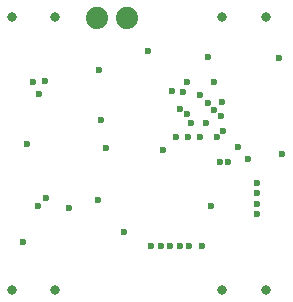
<source format=gbr>
%TF.GenerationSoftware,KiCad,Pcbnew,(5.1.6)-1*%
%TF.CreationDate,2020-11-07T21:34:24+01:00*%
%TF.ProjectId,ArduinoProMicroUSB,41726475-696e-46f5-9072-6f4d6963726f,rev?*%
%TF.SameCoordinates,Original*%
%TF.FileFunction,Copper,L2,Inr*%
%TF.FilePolarity,Positive*%
%FSLAX46Y46*%
G04 Gerber Fmt 4.6, Leading zero omitted, Abs format (unit mm)*
G04 Created by KiCad (PCBNEW (5.1.6)-1) date 2020-11-07 21:34:24*
%MOMM*%
%LPD*%
G01*
G04 APERTURE LIST*
%TA.AperFunction,ViaPad*%
%ADD10C,0.800000*%
%TD*%
%TA.AperFunction,ViaPad*%
%ADD11C,1.879600*%
%TD*%
%TA.AperFunction,ViaPad*%
%ADD12C,0.600000*%
%TD*%
G04 APERTURE END LIST*
D10*
%TO.N,/BTN3*%
%TO.C,SW1*%
X112911500Y-95898500D03*
%TO.N,GND*%
X109211500Y-95898500D03*
%TD*%
%TO.N,/BTN2*%
%TO.C,SW4*%
X109211500Y-72821000D03*
%TO.N,GND*%
X112911500Y-72821000D03*
%TD*%
%TO.N,/BTN1*%
%TO.C,SW2*%
X91368000Y-72821000D03*
%TO.N,GND*%
X95068000Y-72821000D03*
%TD*%
D11*
%TO.N,GND*%
%TO.C,J1*%
X101155500Y-72834500D03*
%TO.N,VCC*%
X98615500Y-72834500D03*
%TD*%
D10*
%TO.N,/BTN4*%
%TO.C,SW3*%
X95068000Y-95898500D03*
%TO.N,GND*%
X91368000Y-95898500D03*
%TD*%
D12*
%TO.N,3.3V*%
X105854500Y-79121000D03*
X112141000Y-86868000D03*
X108762800Y-82931000D03*
X105283000Y-82931000D03*
%TO.N,GND*%
X113995200Y-76225400D03*
X93700600Y-79298800D03*
X108204000Y-88798400D03*
X107950000Y-76200000D03*
X107950000Y-80035400D03*
X92329000Y-91846400D03*
X102908100Y-75628500D03*
X99326700Y-83883500D03*
X104965500Y-79057500D03*
X106362500Y-92138500D03*
X98933000Y-81534000D03*
X94234000Y-88074500D03*
X106172000Y-78295500D03*
X107442000Y-92138500D03*
X109702600Y-85090000D03*
X106299000Y-82931000D03*
X114274600Y-84378800D03*
X108508800Y-78282800D03*
X93154500Y-78295500D03*
X96240600Y-88976200D03*
X92659200Y-83540600D03*
%TO.N,/BTN1*%
X98742500Y-77279500D03*
%TO.N,VCC*%
X93599000Y-88798400D03*
X105600500Y-92138500D03*
X98679000Y-88265000D03*
%TO.N,/BTN3*%
X109118400Y-81178400D03*
%TO.N,/BTN4*%
X108521500Y-80645000D03*
%TO.N,/BTN2*%
X109156500Y-80010000D03*
%TO.N,/LEDK*%
X94170500Y-78168500D03*
X100838000Y-90995500D03*
%TO.N,/D4*%
X109220000Y-82423000D03*
%TO.N,/D5*%
X106553000Y-81724500D03*
X107315000Y-79375000D03*
%TO.N,/SCK*%
X103987600Y-92138500D03*
X105600500Y-80581500D03*
%TO.N,/MOSI*%
X104775000Y-92138500D03*
X106235500Y-81026000D03*
%TO.N,Net-(R6-Pad1)*%
X111379000Y-84836000D03*
X110490000Y-83820000D03*
%TO.N,/D3*%
X112141000Y-88582500D03*
X108966000Y-85090000D03*
%TO.N,/D2*%
X112141000Y-89471500D03*
X107315000Y-82931000D03*
%TO.N,/D11*%
X112141000Y-87693500D03*
X104140000Y-84010500D03*
%TO.N,/D12*%
X103187500Y-92138500D03*
X107823000Y-81788000D03*
%TD*%
M02*

</source>
